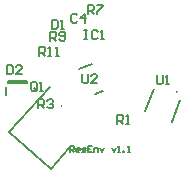
<source format=gto>
G04*
G04 #@! TF.GenerationSoftware,Altium Limited,Altium Designer,20.0.13 (296)*
G04*
G04 Layer_Color=65535*
%FSLAX25Y25*%
%MOIN*%
G70*
G01*
G75*
%ADD10C,0.00787*%
%ADD11C,0.00600*%
D10*
X19799Y21762D02*
G03*
X19799Y21762I-132J0D01*
G01*
X58239Y26628D02*
G03*
X58239Y26628I-135J0D01*
G01*
X25531Y34248D02*
X29942Y35941D01*
X30896Y25765D02*
X33469Y26752D01*
X2350Y13307D02*
X15785Y28229D01*
X2350Y13307D02*
X16101Y926D01*
X22160Y7655D01*
X1850Y29510D02*
Y30140D01*
X8150D01*
Y29510D02*
Y30140D01*
X1850Y29510D02*
X8150D01*
X1102Y25592D02*
Y28132D01*
X56406Y16580D02*
X59355Y23880D01*
X47645Y20120D02*
X50594Y27420D01*
D11*
X22600Y6600D02*
Y8599D01*
X23600D01*
X23933Y8266D01*
Y7600D01*
X23600Y7266D01*
X22600D01*
X23267D02*
X23933Y6600D01*
X25599D02*
X24933D01*
X24599Y6933D01*
Y7600D01*
X24933Y7933D01*
X25599D01*
X25932Y7600D01*
Y7266D01*
X24599D01*
X26599Y6600D02*
X27598D01*
X27932Y6933D01*
X27598Y7266D01*
X26932D01*
X26599Y7600D01*
X26932Y7933D01*
X27932D01*
X29931Y8599D02*
X28598D01*
Y6600D01*
X29931D01*
X28598Y7600D02*
X29265D01*
X30597Y6600D02*
Y7933D01*
X31597D01*
X31930Y7600D01*
Y6600D01*
X32597Y7933D02*
X33263Y6600D01*
X33930Y7933D01*
X36595D02*
X37262Y6600D01*
X37928Y7933D01*
X38595Y6600D02*
X39261D01*
X38928D01*
Y8599D01*
X38595Y8266D01*
X40261Y6600D02*
Y6933D01*
X40594D01*
Y6600D01*
X40261D01*
X41927D02*
X42594D01*
X42260D01*
Y8599D01*
X41927Y8266D01*
X1400Y35399D02*
Y32400D01*
X2899D01*
X3399Y32900D01*
Y34899D01*
X2899Y35399D01*
X1400D01*
X6398Y32400D02*
X4399D01*
X6398Y34399D01*
Y34899D01*
X5899Y35399D01*
X4899D01*
X4399Y34899D01*
X28501Y52500D02*
Y55500D01*
X30000D01*
X30500Y55000D01*
Y54000D01*
X30000Y53500D01*
X28501D01*
X29500D02*
X30500Y52500D01*
X31500Y55500D02*
X33499D01*
Y55000D01*
X31500Y53000D01*
Y52500D01*
X12001Y21001D02*
Y24000D01*
X13500D01*
X14000Y23500D01*
Y22500D01*
X13500Y22000D01*
X12001D01*
X13001D02*
X14000Y21001D01*
X15000Y23500D02*
X15500Y24000D01*
X16499D01*
X16999Y23500D01*
Y23000D01*
X16499Y22500D01*
X16000D01*
X16499D01*
X16999Y22000D01*
Y21500D01*
X16499Y21001D01*
X15500D01*
X15000Y21500D01*
X12251Y38500D02*
Y41500D01*
X13751D01*
X14250Y41000D01*
Y40000D01*
X13751Y39500D01*
X12251D01*
X13251D02*
X14250Y38500D01*
X15250D02*
X16250D01*
X15750D01*
Y41500D01*
X15250Y41000D01*
X17749Y38500D02*
X18749D01*
X18249D01*
Y41500D01*
X17749Y41000D01*
X16001Y43501D02*
Y46499D01*
X17500D01*
X18000Y46000D01*
Y45000D01*
X17500Y44500D01*
X16001D01*
X17000D02*
X18000Y43501D01*
X19000Y44000D02*
X19500Y43501D01*
X20499D01*
X20999Y44000D01*
Y46000D01*
X20499Y46499D01*
X19500D01*
X19000Y46000D01*
Y45500D01*
X19500Y45000D01*
X20999D01*
X38374Y15874D02*
Y18873D01*
X39874D01*
X40374Y18373D01*
Y17374D01*
X39874Y16874D01*
X38374D01*
X39374D02*
X40374Y15874D01*
X41373D02*
X42373D01*
X41873D01*
Y18873D01*
X41373Y18373D01*
X51501Y32131D02*
Y29632D01*
X52000Y29132D01*
X53000D01*
X53500Y29632D01*
Y32131D01*
X54500Y29132D02*
X55499D01*
X55000D01*
Y32131D01*
X54500Y31631D01*
X26672Y32424D02*
Y29925D01*
X27172Y29425D01*
X28172D01*
X28671Y29925D01*
Y32424D01*
X31670Y29425D02*
X29671D01*
X31670Y31424D01*
Y31924D01*
X31170Y32424D01*
X30171D01*
X29671Y31924D01*
X11468Y27364D02*
Y29364D01*
X10969Y29864D01*
X9969D01*
X9469Y29364D01*
Y27364D01*
X9969Y26865D01*
X10969D01*
X10469Y27864D02*
X11468Y26865D01*
X10969D02*
X11468Y27364D01*
X12468Y26865D02*
X13468D01*
X12968D01*
Y29864D01*
X12468Y29364D01*
X27251Y46999D02*
X28251D01*
X27751D01*
Y44001D01*
X27251D01*
X28251D01*
X31750Y46500D02*
X31250Y46999D01*
X30250D01*
X29750Y46500D01*
Y44500D01*
X30250Y44001D01*
X31250D01*
X31750Y44500D01*
X32749Y44001D02*
X33749D01*
X33249D01*
Y46999D01*
X32749Y46500D01*
X16501Y50499D02*
Y47501D01*
X18000D01*
X18500Y48000D01*
Y50000D01*
X18000Y50499D01*
X16501D01*
X19500Y47501D02*
X20499D01*
X19999D01*
Y50499D01*
X19500Y50000D01*
X25000Y52000D02*
X24500Y52500D01*
X23501D01*
X23001Y52000D01*
Y50000D01*
X23501Y49501D01*
X24500D01*
X25000Y50000D01*
X27499Y49501D02*
Y52500D01*
X26000Y51000D01*
X27999D01*
M02*

</source>
